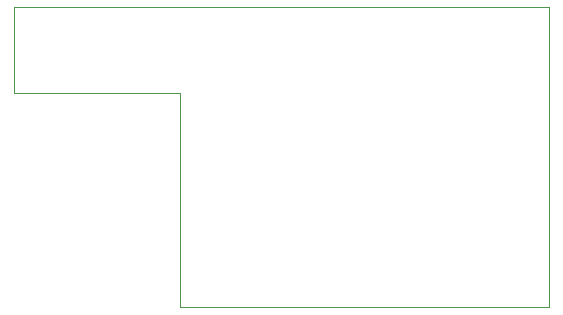
<source format=gbr>
G04 #@! TF.GenerationSoftware,KiCad,Pcbnew,(5.1.5-0-10_14)*
G04 #@! TF.CreationDate,2021-03-15T05:52:54+10:00*
G04 #@! TF.ProjectId,OH - Left Console - 12 - Mission Computer and Hydraulic Isolate Panel,4f48202d-204c-4656-9674-20436f6e736f,rev?*
G04 #@! TF.SameCoordinates,Original*
G04 #@! TF.FileFunction,Profile,NP*
%FSLAX46Y46*%
G04 Gerber Fmt 4.6, Leading zero omitted, Abs format (unit mm)*
G04 Created by KiCad (PCBNEW (5.1.5-0-10_14)) date 2021-03-15 05:52:54*
%MOMM*%
%LPD*%
G04 APERTURE LIST*
%ADD10C,0.050000*%
G04 APERTURE END LIST*
D10*
X118110000Y-82169000D02*
X118110000Y-89408000D01*
X132207000Y-89408000D02*
X118110000Y-89408000D01*
X132207000Y-107569000D02*
X132207000Y-89408000D01*
X163449000Y-107569000D02*
X132207000Y-107569000D01*
X163449000Y-82169000D02*
X163449000Y-107569000D01*
X118110000Y-82169000D02*
X163449000Y-82169000D01*
M02*

</source>
